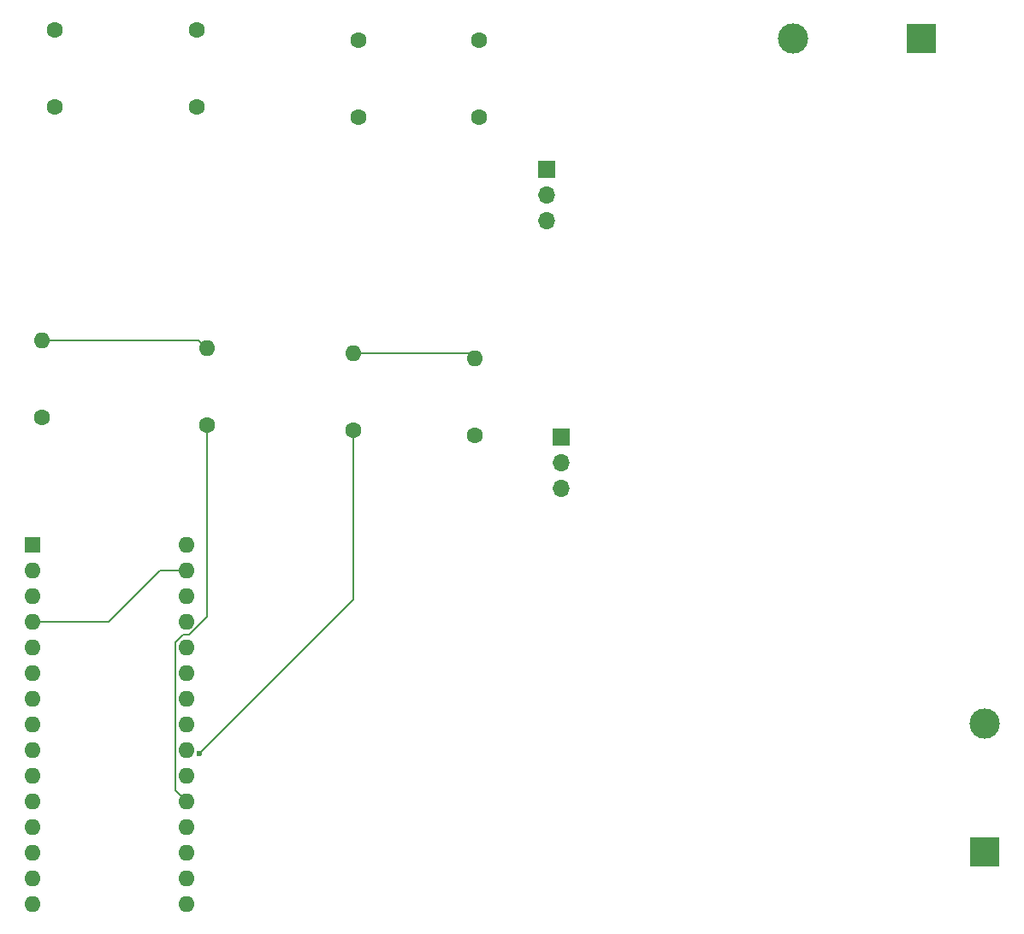
<source format=gbr>
%TF.GenerationSoftware,KiCad,Pcbnew,8.0.8*%
%TF.CreationDate,2025-10-11T21:39:39+03:00*%
%TF.ProjectId,Dual solar tracking system before routing Austin,4475616c-2073-46f6-9c61-722074726163,rev?*%
%TF.SameCoordinates,Original*%
%TF.FileFunction,Copper,L2,Bot*%
%TF.FilePolarity,Positive*%
%FSLAX46Y46*%
G04 Gerber Fmt 4.6, Leading zero omitted, Abs format (unit mm)*
G04 Created by KiCad (PCBNEW 8.0.8) date 2025-10-11 21:39:39*
%MOMM*%
%LPD*%
G01*
G04 APERTURE LIST*
%TA.AperFunction,ComponentPad*%
%ADD10C,1.600000*%
%TD*%
%TA.AperFunction,ComponentPad*%
%ADD11O,1.600000X1.600000*%
%TD*%
%TA.AperFunction,ComponentPad*%
%ADD12R,1.700000X1.700000*%
%TD*%
%TA.AperFunction,ComponentPad*%
%ADD13O,1.700000X1.700000*%
%TD*%
%TA.AperFunction,ComponentPad*%
%ADD14R,3.000000X3.000000*%
%TD*%
%TA.AperFunction,ComponentPad*%
%ADD15C,3.000000*%
%TD*%
%TA.AperFunction,ComponentPad*%
%ADD16R,1.600000X1.600000*%
%TD*%
%TA.AperFunction,ViaPad*%
%ADD17C,0.600000*%
%TD*%
%TA.AperFunction,Conductor*%
%ADD18C,0.200000*%
%TD*%
G04 APERTURE END LIST*
D10*
%TO.P,R1,1*%
%TO.N,Net-(A1-A0)*%
X89190000Y-90500000D03*
D11*
%TO.P,R1,2*%
%TO.N,Net-(R1-Pad2)*%
X89190000Y-82880000D03*
%TD*%
D12*
%TO.P,M1,1,PWM*%
%TO.N,Net-(A1-D9)*%
X139125000Y-65975000D03*
D13*
%TO.P,M1,2,+*%
%TO.N,Net-(BT1-+)*%
X139125000Y-68515000D03*
%TO.P,M1,3,-*%
%TO.N,Net-(BT1--)*%
X139125000Y-71055000D03*
%TD*%
D10*
%TO.P,R4,1*%
%TO.N,+5V*%
X104500000Y-59800000D03*
%TO.P,R4,2*%
%TO.N,Net-(A1-A1)*%
X104500000Y-52200000D03*
%TD*%
%TO.P,R7,1*%
%TO.N,+5V*%
X132500000Y-60800000D03*
%TO.P,R7,2*%
%TO.N,Net-(R7-Pad2)*%
X132500000Y-53200000D03*
%TD*%
%TO.P,R6,1*%
%TO.N,Net-(A1-A2)*%
X120000000Y-91810000D03*
D11*
%TO.P,R6,2*%
%TO.N,Net-(R6-Pad2)*%
X120000000Y-84190000D03*
%TD*%
D10*
%TO.P,R8,1*%
%TO.N,Net-(R7-Pad2)*%
X132000000Y-92310000D03*
D11*
%TO.P,R8,2*%
%TO.N,Net-(R6-Pad2)*%
X132000000Y-84690000D03*
%TD*%
D10*
%TO.P,R2,1*%
%TO.N,Net-(A1-A1)*%
X105500000Y-91310000D03*
D11*
%TO.P,R2,2*%
%TO.N,Net-(R1-Pad2)*%
X105500000Y-83690000D03*
%TD*%
D14*
%TO.P,BT1,1,+*%
%TO.N,Net-(BT1-+)*%
X176200000Y-53000000D03*
D15*
%TO.P,BT1,2,-*%
%TO.N,Net-(BT1--)*%
X163500000Y-53000000D03*
%TD*%
D16*
%TO.P,A1,1,D1/TX*%
%TO.N,unconnected-(A1-D1{slash}TX-Pad1)*%
X88260000Y-103100000D03*
D11*
%TO.P,A1,2,D0/RX*%
%TO.N,unconnected-(A1-D0{slash}RX-Pad2)*%
X88260000Y-105640000D03*
%TO.P,A1,3,~{RESET}*%
%TO.N,unconnected-(A1-~{RESET}-Pad3)*%
X88260000Y-108180000D03*
%TO.P,A1,4,GND*%
%TO.N,Net-(A1-GND-Pad29)*%
X88260000Y-110720000D03*
%TO.P,A1,5,D2*%
%TO.N,unconnected-(A1-D2-Pad5)*%
X88260000Y-113260000D03*
%TO.P,A1,6,D3*%
%TO.N,unconnected-(A1-D3-Pad6)*%
X88260000Y-115800000D03*
%TO.P,A1,7,D4*%
%TO.N,unconnected-(A1-D4-Pad7)*%
X88260000Y-118340000D03*
%TO.P,A1,8,D5*%
%TO.N,unconnected-(A1-D5-Pad8)*%
X88260000Y-120880000D03*
%TO.P,A1,9,D6*%
%TO.N,unconnected-(A1-D6-Pad9)*%
X88260000Y-123420000D03*
%TO.P,A1,10,D7*%
%TO.N,unconnected-(A1-D7-Pad10)*%
X88260000Y-125960000D03*
%TO.P,A1,11,D8*%
%TO.N,unconnected-(A1-D8-Pad11)*%
X88260000Y-128500000D03*
%TO.P,A1,12,D9*%
%TO.N,Net-(A1-D9)*%
X88260000Y-131040000D03*
%TO.P,A1,13,D10*%
%TO.N,Net-(A1-D10)*%
X88260000Y-133580000D03*
%TO.P,A1,14,D11*%
%TO.N,unconnected-(A1-D11-Pad14)*%
X88260000Y-136120000D03*
%TO.P,A1,15,D12*%
%TO.N,unconnected-(A1-D12-Pad15)*%
X88260000Y-138660000D03*
%TO.P,A1,16,D13*%
%TO.N,unconnected-(A1-D13-Pad16)*%
X103500000Y-138660000D03*
%TO.P,A1,17,3V3*%
%TO.N,unconnected-(A1-3V3-Pad17)*%
X103500000Y-136120000D03*
%TO.P,A1,18,AREF*%
%TO.N,unconnected-(A1-AREF-Pad18)*%
X103500000Y-133580000D03*
%TO.P,A1,19,A0*%
%TO.N,Net-(A1-A0)*%
X103500000Y-131040000D03*
%TO.P,A1,20,A1*%
%TO.N,Net-(A1-A1)*%
X103500000Y-128500000D03*
%TO.P,A1,21,A2*%
%TO.N,Net-(A1-A2)*%
X103500000Y-125960000D03*
%TO.P,A1,22,A3*%
%TO.N,+5V*%
X103500000Y-123420000D03*
%TO.P,A1,23,A4*%
%TO.N,unconnected-(A1-A4-Pad23)*%
X103500000Y-120880000D03*
%TO.P,A1,24,A5*%
%TO.N,unconnected-(A1-A5-Pad24)*%
X103500000Y-118340000D03*
%TO.P,A1,25,A6*%
%TO.N,unconnected-(A1-A6-Pad25)*%
X103500000Y-115800000D03*
%TO.P,A1,26,A7*%
%TO.N,unconnected-(A1-A7-Pad26)*%
X103500000Y-113260000D03*
%TO.P,A1,27,+5V*%
%TO.N,+5V*%
X103500000Y-110720000D03*
%TO.P,A1,28,~{RESET}*%
%TO.N,unconnected-(A1-~{RESET}-Pad28)*%
X103500000Y-108180000D03*
%TO.P,A1,29,GND*%
%TO.N,Net-(A1-GND-Pad29)*%
X103500000Y-105640000D03*
%TO.P,A1,30,VIN*%
%TO.N,unconnected-(A1-VIN-Pad30)*%
X103500000Y-103100000D03*
%TD*%
D12*
%TO.P,M2,1,PWM*%
%TO.N,Net-(A1-D10)*%
X140625000Y-92475000D03*
D13*
%TO.P,M2,2,+*%
%TO.N,Net-(BT2-+)*%
X140625000Y-95015000D03*
%TO.P,M2,3,-*%
%TO.N,Net-(BT2--)*%
X140625000Y-97555000D03*
%TD*%
D10*
%TO.P,R3,1*%
%TO.N,+5V*%
X90500000Y-59800000D03*
%TO.P,R3,2*%
%TO.N,Net-(A1-A0)*%
X90500000Y-52200000D03*
%TD*%
%TO.P,R5,1*%
%TO.N,+5V*%
X120500000Y-60800000D03*
%TO.P,R5,2*%
%TO.N,Net-(A1-A2)*%
X120500000Y-53200000D03*
%TD*%
D14*
%TO.P,BT2,1,+*%
%TO.N,Net-(BT2-+)*%
X182500000Y-133500000D03*
D15*
%TO.P,BT2,2,-*%
%TO.N,Net-(BT2--)*%
X182500000Y-120800000D03*
%TD*%
D17*
%TO.N,Net-(A1-A2)*%
X104731624Y-123836063D03*
%TD*%
D18*
%TO.N,Net-(A1-A1)*%
X102400000Y-127400000D02*
X103500000Y-128500000D01*
X102400000Y-112804365D02*
X102400000Y-127400000D01*
X103775635Y-112000000D02*
X103204365Y-112000000D01*
X103204365Y-112000000D02*
X102400000Y-112804365D01*
X105500000Y-110275635D02*
X103775635Y-112000000D01*
X105500000Y-91310000D02*
X105500000Y-110275635D01*
%TO.N,Net-(A1-A2)*%
X120000000Y-108567687D02*
X104731624Y-123836063D01*
X120000000Y-91810000D02*
X120000000Y-108567687D01*
%TO.N,Net-(A1-GND-Pad29)*%
X88260000Y-110720000D02*
X95780000Y-110720000D01*
X95780000Y-110720000D02*
X100860000Y-105640000D01*
X100860000Y-105640000D02*
X103500000Y-105640000D01*
%TO.N,Net-(R1-Pad2)*%
X89190000Y-82880000D02*
X104690000Y-82880000D01*
X104690000Y-82880000D02*
X105500000Y-83690000D01*
%TO.N,Net-(R6-Pad2)*%
X120000000Y-84190000D02*
X131500000Y-84190000D01*
X131500000Y-84190000D02*
X132000000Y-84690000D01*
%TD*%
M02*

</source>
